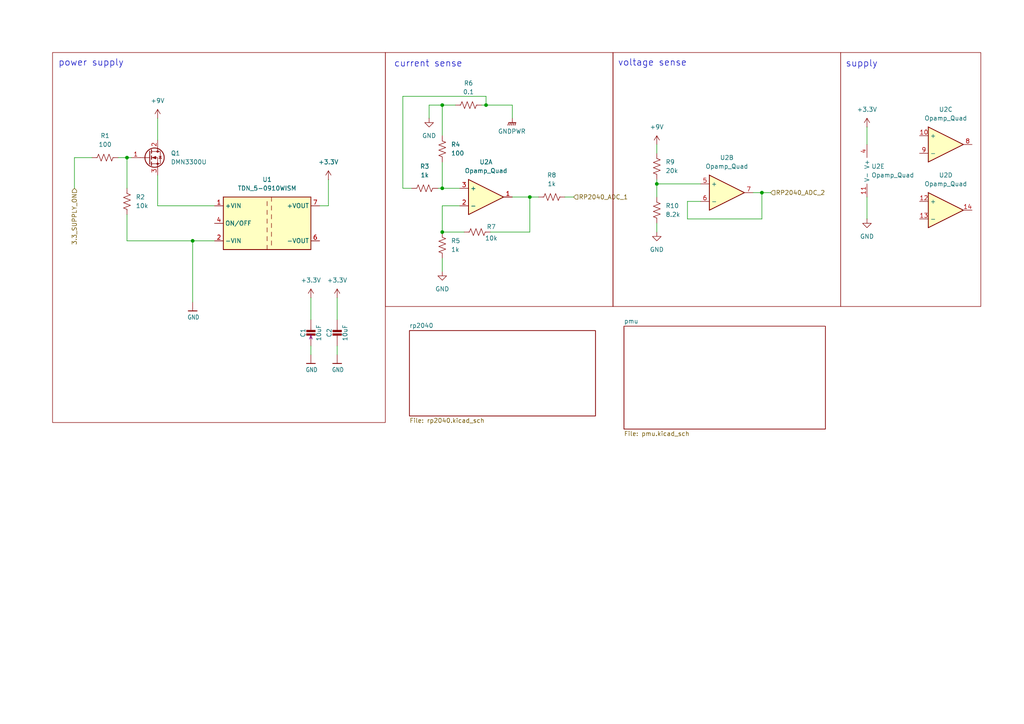
<source format=kicad_sch>
(kicad_sch (version 20250114) (generator "eeschema") (generator_version "9.0")
  (paper "A4")
  (lib_symbols
    (symbol "Adafruit Feather RP2040 RFM-eagle-import:CAP_CERAMIC0805-NOOUTLINE"
      (property "Reference" "C" (at -2.29 1.25 90))
      (symbol "CAP_CERAMIC0805-NOOUTLINE_1_0"
        (rectangle (start -1.27 1.524) (end 1.27 2.032) (fill (type outline)))
        (rectangle (start -1.27 0.508) (end 1.27 1.016) (fill (type outline)))
        (polyline (pts (xy 0 2.54) (xy 0 1.778)) (stroke (width 0.1524)))
        (polyline (pts (xy 0 0.762) (xy 0 0)) (stroke (width 0.1524)))
        (pin passive line (at 0 5.08 270) (length 2.54) (name "1") (number "1"))
        (pin passive line (at 0 -2.54 90) (length 2.54) (name "2") (number "2"))
      )
    )
    (symbol "Adafruit Feather RP2040 RFM-eagle-import:GND" (power)
      (symbol "GND_1_0"
        (polyline (pts (xy -1.27 0) (xy 1.27 0)) (stroke (width 0.254)))
        (pin power_in line (at 0 2.54 270) (length 2.54) (name "GND") (number "1"))
      )
    )
    (symbol "DMN3300U_1" (pin_names (offset 0) (hide yes))
      (property "Reference" "Q2" (at 6.35 1.2701 0))
      (property "Value" "DMN3300U" (at 6.35 -1.2699 0))
      (symbol "DMN3300U_1_0_1"
        (polyline (pts (xy 0.254 1.905) (xy 0.254 -1.905)) (stroke (width 0.254)))
        (polyline (pts (xy 0.254 0) (xy -2.54 0)))
        (polyline (pts (xy 0.762 2.286) (xy 0.762 1.27)) (stroke (width 0.254)))
        (polyline (pts (xy 0.762 0.508) (xy 0.762 -0.508)) (stroke (width 0.254)))
        (polyline (pts (xy 0.762 -1.27) (xy 0.762 -2.286)) (stroke (width 0.254)))
        (polyline (pts (xy 0.762 -1.778) (xy 3.302 -1.778) (xy 3.302 1.778) (xy 0.762 1.778)))
        (polyline (pts (xy 1.016 0) (xy 2.032 0.381) (xy 2.032 -0.381) (xy 1.016 0)) (fill (type outline)))
        (circle (center 1.651 0) (radius 2.794) (stroke (width 0.254)))
        (polyline (pts (xy 2.54 2.54) (xy 2.54 1.778)))
        (circle (center 2.54 1.778) (radius 0.254) (fill (type outline)))
        (circle (center 2.54 -1.778) (radius 0.254) (fill (type outline)))
        (polyline (pts (xy 2.54 -2.54) (xy 2.54 0) (xy 0.762 0)))
        (polyline (pts (xy 2.921 0.381) (xy 3.683 0.381)))
        (polyline (pts (xy 3.302 0.381) (xy 2.921 -0.254) (xy 3.683 -0.254) (xy 3.302 0.381)))
      )
      (symbol "DMN3300U_1_1_1"
        (pin input line (at -5.08 0 0) (length 2.54) (name "G") (number "1"))
        (pin passive line (at 2.54 5.08 270) (length 2.54) (name "S") (number "2"))
        (pin passive line (at 2.54 -5.08 90) (length 2.54) (name "D") (number "3"))
      )
    )
    (symbol "Device:Opamp_Quad"
      (property "Reference" "U" (at 0 5.08 0))
      (property "Value" "Opamp_Quad" (at 0 -5.08 0))
      (symbol "Opamp_Quad_1_1"
        (polyline (pts (xy -5.08 5.08) (xy 5.08 0) (xy -5.08 -5.08) (xy -5.08 5.08)) (stroke (width 0.254)) (fill (type background)))
        (pin input line (at -7.62 2.54 0) (length 2.54) (name "+") (number "3"))
        (pin input line (at -7.62 -2.54 0) (length 2.54) (name "-") (number "2"))
        (pin output line (at 7.62 0 180) (length 2.54) (name "~") (number "1"))
      )
      (symbol "Opamp_Quad_2_1"
        (polyline (pts (xy -5.08 5.08) (xy 5.08 0) (xy -5.08 -5.08) (xy -5.08 5.08)) (stroke (width 0.254)) (fill (type background)))
        (pin input line (at -7.62 2.54 0) (length 2.54) (name "+") (number "5"))
        (pin input line (at -7.62 -2.54 0) (length 2.54) (name "-") (number "6"))
        (pin output line (at 7.62 0 180) (length 2.54) (name "~") (number "7"))
      )
      (symbol "Opamp_Quad_3_1"
        (polyline (pts (xy -5.08 5.08) (xy 5.08 0) (xy -5.08 -5.08) (xy -5.08 5.08)) (stroke (width 0.254)) (fill (type background)))
        (pin input line (at -7.62 2.54 0) (length 2.54) (name "+") (number "10"))
        (pin input line (at -7.62 -2.54 0) (length 2.54) (name "-") (number "9"))
        (pin output line (at 7.62 0 180) (length 2.54) (name "~") (number "8"))
      )
      (symbol "Opamp_Quad_4_1"
        (polyline (pts (xy -5.08 5.08) (xy 5.08 0) (xy -5.08 -5.08) (xy -5.08 5.08)) (stroke (width 0.254)) (fill (type background)))
        (pin input line (at -7.62 2.54 0) (length 2.54) (name "+") (number "12"))
        (pin input line (at -7.62 -2.54 0) (length 2.54) (name "-") (number "13"))
        (pin output line (at 7.62 0 180) (length 2.54) (name "~") (number "14"))
      )
      (symbol "Opamp_Quad_5_1"
        (pin power_in line (at -2.54 7.62 270) (length 3.81) (name "V+") (number "4"))
        (pin power_in line (at -2.54 -7.62 90) (length 3.81) (name "V-") (number "11"))
      )
    )
    (symbol "Device:R_US" (pin_numbers (hide yes)) (pin_names (offset 0))
      (property "Reference" "R" (at 2.54 0 90))
      (property "Value" "R_US" (at -2.54 0 90))
      (symbol "R_US_0_1"
        (polyline (pts (xy 0 2.286) (xy 0 2.54)))
        (polyline (pts (xy 0 2.286) (xy 1.016 1.905) (xy 0 1.524) (xy -1.016 1.143) (xy 0 0.762)))
        (polyline (pts (xy 0 0.762) (xy 1.016 0.381) (xy 0 0) (xy -1.016 -0.381) (xy 0 -0.762)))
        (polyline (pts (xy 0 -0.762) (xy 1.016 -1.143) (xy 0 -1.524) (xy -1.016 -1.905) (xy 0 -2.286)))
        (polyline (pts (xy 0 -2.286) (xy 0 -2.54)))
      )
      (symbol "R_US_1_1"
        (pin passive line (at 0 3.81 270) (length 1.27) (name "~") (number "1"))
        (pin passive line (at 0 -3.81 90) (length 1.27) (name "~") (number "2"))
      )
    )
    (symbol "Regulator_Switching:TDN_5-0910WISM"
      (property "Reference" "U" (at -12.7 8.89 0))
      (property "Value" "TDN_5-0910WISM" (at 5.08 8.89 0))
      (symbol "TDN_5-0910WISM_0_1"
        (rectangle (start -12.7 7.62) (end 12.7 -7.62) (stroke (width 0.254)) (fill (type background)))
      )
      (symbol "TDN_5-0910WISM_1_1"
        (polyline (pts (xy 0 6.35) (xy 0 5.08)))
        (polyline (pts (xy 0 3.81) (xy 0 2.54)))
        (polyline (pts (xy 0 1.27) (xy 0 0)))
        (polyline (pts (xy 0 -1.27) (xy 0 -2.54)))
        (polyline (pts (xy 0 -3.81) (xy 0 -5.08)))
        (polyline (pts (xy 0 -6.35) (xy 0 -7.62)))
        (polyline (pts (xy 1.27 7.62) (xy 1.27 6.35)))
        (polyline (pts (xy 1.27 5.08) (xy 1.27 3.81)))
        (polyline (pts (xy 1.27 2.54) (xy 1.27 1.27)))
        (polyline (pts (xy 1.27 0) (xy 1.27 -1.27)))
        (polyline (pts (xy 1.27 -2.54) (xy 1.27 -3.81)))
        (polyline (pts (xy 1.27 -5.08) (xy 1.27 -6.35)))
        (pin power_in line (at -15.24 5.08 0) (length 2.54) (name "+VIN") (number "1"))
        (pin input line (at -15.24 0 0) (length 2.54) (name "ON/OFF") (number "4"))
        (pin power_in line (at -15.24 -5.08 0) (length 2.54) (name "-VIN") (number "2"))
        (pin no_connect line (at 12.7 2.54 180) (length 2.54) (hide yes) (name "NC") (number "5"))
        (pin power_out line (at 15.24 5.08 180) (length 2.54) (name "+VOUT") (number "7"))
        (pin power_out line (at 15.24 -5.08 180) (length 2.54) (name "-VOUT") (number "6"))
      )
    )
    (symbol "power:+3.3V" (power) (pin_numbers (hide yes)) (pin_names (offset 0) (hide yes))
      (property "Value" "+3.3V" (at 0 3.556 0))
      (symbol "+3.3V_0_1"
        (polyline (pts (xy -0.762 1.27) (xy 0 2.54)))
        (polyline (pts (xy 0 2.54) (xy 0.762 1.27)))
        (polyline (pts (xy 0 0) (xy 0 2.54)))
      )
      (symbol "+3.3V_1_1"
        (pin power_in line (at 0 0 90) (length 0) (name "~") (number "1"))
      )
    )
    (symbol "power:+9V" (power) (pin_numbers (hide yes)) (pin_names (offset 0) (hide yes))
      (property "Value" "+9V" (at 0 3.556 0))
      (symbol "+9V_0_1"
        (polyline (pts (xy -0.762 1.27) (xy 0 2.54)))
        (polyline (pts (xy 0 2.54) (xy 0.762 1.27)))
        (polyline (pts (xy 0 0) (xy 0 2.54)))
      )
      (symbol "+9V_1_1"
        (pin power_in line (at 0 0 90) (length 0) (name "~") (number "1"))
      )
    )
    (symbol "power:GND" (power) (pin_numbers (hide yes)) (pin_names (offset 0) (hide yes))
      (property "Value" "GND" (at 0 -3.81 0))
      (symbol "GND_0_1"
        (polyline (pts (xy 0 0) (xy 0 -1.27) (xy 1.27 -1.27) (xy 0 -2.54) (xy -1.27 -1.27) (xy 0 -1.27)))
      )
      (symbol "GND_1_1"
        (pin power_in line (at 0 0 270) (length 0) (name "~") (number "1"))
      )
    )
    (symbol "power:GNDPWR" (power) (pin_numbers (hide yes)) (pin_names (offset 0) (hide yes))
      (property "Value" "GNDPWR" (at 0 -3.302 0))
      (symbol "GNDPWR_0_1"
        (polyline (pts (xy -1.016 -1.27) (xy -1.27 -2.032) (xy -1.27 -2.032)) (stroke (width 0.2032)))
        (polyline (pts (xy -0.508 -1.27) (xy -0.762 -2.032) (xy -0.762 -2.032)) (stroke (width 0.2032)))
        (polyline (pts (xy 0 -1.27) (xy 0 0)))
        (polyline (pts (xy 0 -1.27) (xy -0.254 -2.032) (xy -0.254 -2.032)) (stroke (width 0.2032)))
        (polyline (pts (xy 0.508 -1.27) (xy 0.254 -2.032) (xy 0.254 -2.032)) (stroke (width 0.2032)))
        (polyline (pts (xy 1.016 -1.27) (xy -1.016 -1.27) (xy -1.016 -1.27)) (stroke (width 0.2032)))
        (polyline (pts (xy 1.016 -1.27) (xy 0.762 -2.032) (xy 0.762 -2.032) (xy 0.762 -2.032)) (stroke (width 0.2032)))
      )
      (symbol "GNDPWR_1_1"
        (pin power_in line (at 0 0 270) (length 0) (name "~") (number "1"))
      )
    )
  )
  (rectangle (start 15.24 15.24) (end 111.76 122.555) (stroke (width 0) (color 132 0 0 1)))
  (rectangle (start 111.76 15.24) (end 177.8 88.9) (stroke (width 0) (color 132 0 0 1)))
  (rectangle (start 243.84 15.24) (end 284.48 88.9) (stroke (width 0) (color 132 0 0 1)))
  (rectangle (start 177.8 15.24) (end 243.84 88.9) (stroke (width 0) (color 132 0 0 1)))
  (text "supply" (at 249.936 18.542 0) (effects (font (size 1.905 1.905))))
  (text "voltage sense" (at 189.23 18.288 0) (effects (font (size 1.905 1.905))))
  (text "current sense" (at 124.206 18.542 0) (effects (font (size 1.905 1.905))))
  (text "power supply" (at 26.416 18.288 0) (effects (font (size 1.905 1.905))))
  (junction (at 128.27 30.48))
  (junction (at 153.67 57.15))
  (junction (at 190.5 53.34))
  (junction (at 220.98 55.88))
  (junction (at 128.27 54.61))
  (junction (at 140.97 30.48))
  (junction (at 36.83 45.72))
  (junction (at 128.27 67.31))
  (junction (at 55.88 69.85))
  (wire (pts (xy 62.23 69.85) (xy 55.88 69.85)))
  (wire (pts (xy 190.5 52.07) (xy 190.5 53.34)))
  (wire (pts (xy 190.5 53.34) (xy 190.5 57.15)))
  (wire (pts (xy 251.46 57.15) (xy 251.46 63.5)))
  (wire (pts (xy 90.17 100.33) (xy 90.17 102.87)) (stroke (width 0.1524)))
  (wire (pts (xy 116.84 27.94) (xy 116.84 54.61)))
  (wire (pts (xy 148.59 30.48) (xy 148.59 34.29)))
  (wire (pts (xy 203.2 58.42) (xy 199.39 58.42)))
  (wire (pts (xy 92.71 59.69) (xy 95.25 59.69)))
  (wire (pts (xy 97.79 100.33) (xy 97.79 102.87)) (stroke (width 0.1524)))
  (wire (pts (xy 34.29 45.72) (xy 36.83 45.72)))
  (wire (pts (xy 153.67 57.15) (xy 156.21 57.15)))
  (wire (pts (xy 128.27 67.31) (xy 134.62 67.31)))
  (wire (pts (xy 128.27 30.48) (xy 132.08 30.48)))
  (wire (pts (xy 199.39 58.42) (xy 199.39 63.5)))
  (wire (pts (xy 190.5 64.77) (xy 190.5 67.31)))
  (wire (pts (xy 116.84 54.61) (xy 119.38 54.61)))
  (wire (pts (xy 124.46 30.48) (xy 128.27 30.48)))
  (wire (pts (xy 45.72 50.8) (xy 45.72 59.69)))
  (wire (pts (xy 163.83 57.15) (xy 166.37 57.15)))
  (wire (pts (xy 220.98 63.5) (xy 220.98 55.88)))
  (wire (pts (xy 36.83 62.23) (xy 36.83 69.85)))
  (wire (pts (xy 55.88 69.85) (xy 55.88 87.63)))
  (wire (pts (xy 97.79 86.36) (xy 97.79 92.71)))
  (wire (pts (xy 220.98 55.88) (xy 223.52 55.88)))
  (wire (pts (xy 140.97 30.48) (xy 140.97 27.94)))
  (wire (pts (xy 45.72 34.29) (xy 45.72 40.64)))
  (wire (pts (xy 140.97 30.48) (xy 148.59 30.48)))
  (wire (pts (xy 90.17 86.36) (xy 90.17 92.71)))
  (wire (pts (xy 133.35 59.69) (xy 128.27 59.69)))
  (wire (pts (xy 45.72 59.69) (xy 62.23 59.69)))
  (wire (pts (xy 153.67 67.31) (xy 153.67 57.15)))
  (wire (pts (xy 128.27 54.61) (xy 133.35 54.61)))
  (wire (pts (xy 21.59 54.61) (xy 21.59 45.72)))
  (wire (pts (xy 220.98 55.88) (xy 218.44 55.88)))
  (wire (pts (xy 190.5 41.91) (xy 190.5 44.45)))
  (wire (pts (xy 190.5 53.34) (xy 203.2 53.34)))
  (wire (pts (xy 128.27 59.69) (xy 128.27 67.31)))
  (wire (pts (xy 128.27 46.99) (xy 128.27 54.61)))
  (wire (pts (xy 128.27 30.48) (xy 128.27 39.37)))
  (wire (pts (xy 95.25 52.07) (xy 95.25 59.69)))
  (wire (pts (xy 139.7 30.48) (xy 140.97 30.48)))
  (wire (pts (xy 128.27 74.93) (xy 128.27 78.74)))
  (wire (pts (xy 36.83 45.72) (xy 36.83 54.61)))
  (wire (pts (xy 199.39 63.5) (xy 220.98 63.5)))
  (wire (pts (xy 36.83 69.85) (xy 55.88 69.85)))
  (wire (pts (xy 124.46 34.29) (xy 124.46 30.48)))
  (wire (pts (xy 142.24 67.31) (xy 153.67 67.31)))
  (wire (pts (xy 21.59 45.72) (xy 26.67 45.72)))
  (wire (pts (xy 140.97 27.94) (xy 116.84 27.94)))
  (wire (pts (xy 153.67 57.15) (xy 148.59 57.15)))
  (wire (pts (xy 127 54.61) (xy 128.27 54.61)))
  (wire (pts (xy 251.46 36.83) (xy 251.46 41.91)))
  (wire (pts (xy 36.83 45.72) (xy 38.1 45.72)))
  (hierarchical_label "RP2040_ADC_1" (shape input) (at 166.37 57.15 0))
  (hierarchical_label "3.3_SUPPLY_ON" (shape input) (at 21.59 54.61 270))
  (hierarchical_label "RP2040_ADC_2" (shape input) (at 223.52 55.88 0))
  (symbol (lib_id "Adafruit Feather RP2040 RFM-eagle-import:GND") (at 55.88 90.17 0) (unit 1)
    (property "Reference" "#U$01" (effects (hide yes)))
    (property "Value" "GND" (at 54.356 92.71 0) (effects (font (size 1.27 1.0795)) (justify left bottom)))
  )
  (symbol (lib_id "Device:R_US") (at 160.02 57.15 270) (unit 1)
    (property "Reference" "R8" (at 160.02 50.8 90))
    (property "Value" "1k" (at 160.02 53.34 90))
    (property "Footprint" "Resistor_SMD:R_0805_2012Metric" (effects (hide yes)))
    (property "Description" "Resistor, US symbol" (effects (hide yes)))
  )
  (symbol (lib_id "power:GND") (at 128.27 78.74 0) (unit 1)
    (property "Reference" "#PWR06" (effects (hide yes)))
    (property "Value" "GND" (at 128.27 83.82 0))
    (property "Description" "Power symbol creates a global label with name \"GND\" , ground" (effects (hide yes)))
  )
  (symbol (lib_id "power:GNDPWR") (at 148.59 34.29 0) (unit 1)
    (property "Reference" "#PWR07" (effects (hide yes)))
    (property "Value" "GNDPWR" (at 148.463 38.1 0))
    (property "Description" "Power symbol creates a global label with name \"GNDPWR\" , global ground" (effects (hide yes)))
  )
  (symbol (lib_id "Regulator_Switching:TDN_5-0910WISM") (at 77.47 64.77 0) (unit 1)
    (property "Reference" "U1" (at 77.47 52.07 0))
    (property "Value" "TDN_5-0910WISM" (at 77.47 54.61 0))
    (property "Footprint" "Converter_DCDC:Converter_DCDC_TRACO_TDN_5-xxxxWISM_SMD" (effects (hide yes)))
    (property "Datasheet" "https://assets.tracopower.com/20190626081517/TDN5WISM/documents/tdn5wism-datasheet.pdf" (effects (hide yes)))
    (property "Description" "Input 4.5 to 13.2V, Output 3.3V" (effects (hide yes)))
  )
  (symbol (lib_id "Device:Opamp_Quad") (at 274.32 41.91 0) (unit 3)
    (property "Reference" "U2" (at 274.32 31.75 0))
    (property "Value" "Opamp_Quad" (at 274.32 34.29 0))
    (property "Footprint" "Package_SO:TSSOP-14_4.4x5mm_P0.65mm" (effects (hide yes)))
    (property "Description" "Quad operational amplifier" (effects (hide yes)))
    (property "Sim.Library" "${KICAD9_SYMBOL_DIR}/Simulation_SPICE.sp" (effects (hide yes)))
    (property "Sim.Name" "kicad_builtin_opamp_quad" (effects (hide yes)))
    (property "Sim.Device" "SUBCKT" (effects (hide yes)))
    (property "Sim.Pins" "1=out1 2=in1- 3=in1+ 4=vcc 5=in2+ 6=in2- 7=out2 8=out3 9=in3- 10=in3+ 11=vee 12=in4+ 13=in4- 14=out4" (effects (hide yes)))
  )
  (symbol (lib_id "Device:Opamp_Quad") (at 140.97 57.15 0) (unit 1)
    (property "Reference" "U2" (at 140.97 46.99 0))
    (property "Value" "Opamp_Quad" (at 140.97 49.53 0))
    (property "Footprint" "Package_SO:TSSOP-14_4.4x5mm_P0.65mm" (effects (hide yes)))
    (property "Description" "Quad operational amplifier" (effects (hide yes)))
    (property "Sim.Library" "${KICAD9_SYMBOL_DIR}/Simulation_SPICE.sp" (effects (hide yes)))
    (property "Sim.Name" "kicad_builtin_opamp_quad" (effects (hide yes)))
    (property "Sim.Device" "SUBCKT" (effects (hide yes)))
    (property "Sim.Pins" "1=out1 2=in1- 3=in1+ 4=vcc 5=in2+ 6=in2- 7=out2 8=out3 9=in3- 10=in3+ 11=vee 12=in4+ 13=in4- 14=out4" (effects (hide yes)))
  )
  (symbol (lib_name "DMN3300U_1") (lib_id "Transistor_FET:DMN3300U") (at 43.18 45.72 0) (unit 1)
    (property "Reference" "Q1" (at 49.53 44.4499 0) (effects (justify left)))
    (property "Value" "DMN3300U" (at 49.53 46.9899 0) (effects (justify left)))
    (property "Footprint" "Package_TO_SOT_SMD:SOT-23" (effects (hide yes)))
    (property "Datasheet" "http://www.diodes.com/assets/Datasheets/ds31181.pdf" (effects (hide yes)))
    (property "Description" "2A Id, 30V Vds, N-Channel MOSFET, SOT-23" (effects (hide yes)))
  )
  (symbol (lib_id "Device:Opamp_Quad") (at 210.82 55.88 0) (unit 2)
    (property "Reference" "U2" (at 210.82 45.72 0))
    (property "Value" "Opamp_Quad" (at 210.82 48.26 0))
    (property "Footprint" "Package_SO:TSSOP-14_4.4x5mm_P0.65mm" (effects (hide yes)))
    (property "Description" "Quad operational amplifier" (effects (hide yes)))
    (property "Sim.Library" "${KICAD9_SYMBOL_DIR}/Simulation_SPICE.sp" (effects (hide yes)))
    (property "Sim.Name" "kicad_builtin_opamp_quad" (effects (hide yes)))
    (property "Sim.Device" "SUBCKT" (effects (hide yes)))
    (property "Sim.Pins" "1=out1 2=in1- 3=in1+ 4=vcc 5=in2+ 6=in2- 7=out2 8=out3 9=in3- 10=in3+ 11=vee 12=in4+ 13=in4- 14=out4" (effects (hide yes)))
  )
  (symbol (lib_id "power:GND") (at 251.46 63.5 0) (unit 1)
    (property "Reference" "#PWR011" (effects (hide yes)))
    (property "Value" "GND" (at 251.46 68.58 0))
    (property "Description" "Power symbol creates a global label with name \"GND\" , ground" (effects (hide yes)))
  )
  (symbol (lib_id "Adafruit Feather RP2040 RFM-eagle-import:CAP_CERAMIC0805-NOOUTLINE") (at 97.79 97.79 0) (unit 1)
    (property "Reference" "C2" (at 95.5 96.54 90))
    (property "Value" "10uF" (at 100.09 96.54 90))
    (property "Footprint" "Capacitor_SMD:C_0805_2012Metric" (effects (hide yes)))
  )
  (symbol (lib_id "Device:R_US") (at 36.83 58.42 0) (unit 1)
    (property "Reference" "R2" (at 39.37 57.1499 0) (effects (justify left)))
    (property "Value" "10k" (at 39.37 59.6899 0) (effects (justify left)))
    (property "Footprint" "Resistor_SMD:R_0805_2012Metric" (effects (hide yes)))
    (property "Description" "Resistor, US symbol" (effects (hide yes)))
  )
  (symbol (lib_id "Device:Opamp_Quad") (at 274.32 60.96 0) (unit 4)
    (property "Reference" "U2" (at 274.32 50.8 0))
    (property "Value" "Opamp_Quad" (at 274.32 53.34 0))
    (property "Footprint" "Package_SO:TSSOP-14_4.4x5mm_P0.65mm" (effects (hide yes)))
    (property "Description" "Quad operational amplifier" (effects (hide yes)))
    (property "Sim.Library" "${KICAD9_SYMBOL_DIR}/Simulation_SPICE.sp" (effects (hide yes)))
    (property "Sim.Name" "kicad_builtin_opamp_quad" (effects (hide yes)))
    (property "Sim.Device" "SUBCKT" (effects (hide yes)))
    (property "Sim.Pins" "1=out1 2=in1- 3=in1+ 4=vcc 5=in2+ 6=in2- 7=out2 8=out3 9=in3- 10=in3+ 11=vee 12=in4+ 13=in4- 14=out4" (effects (hide yes)))
  )
  (symbol (lib_id "Device:R_US") (at 190.5 60.96 180) (unit 1)
    (property "Reference" "R10" (at 193.04 59.6899 0) (effects (justify right)))
    (property "Value" "8.2k" (at 193.04 62.2299 0) (effects (justify right)))
    (property "Footprint" "Resistor_SMD:R_0805_2012Metric" (effects (hide yes)))
    (property "Description" "Resistor, US symbol" (effects (hide yes)))
  )
  (symbol (lib_id "Device:R_US") (at 128.27 71.12 180) (unit 1)
    (property "Reference" "R5" (at 130.81 69.8499 0) (effects (justify right)))
    (property "Value" "1k" (at 130.81 72.3899 0) (effects (justify right)))
    (property "Footprint" "Resistor_SMD:R_0805_2012Metric" (effects (hide yes)))
    (property "Description" "Resistor, US symbol" (effects (hide yes)))
  )
  (symbol (lib_id "Device:R_US") (at 128.27 43.18 180) (unit 1)
    (property "Reference" "R4" (at 130.81 41.9099 0) (effects (justify right)))
    (property "Value" "100" (at 130.81 44.4499 0) (effects (justify right)))
    (property "Footprint" "Resistor_SMD:R_0805_2012Metric" (effects (hide yes)))
    (property "Description" "Resistor, US symbol" (effects (hide yes)))
  )
  (symbol (lib_id "Device:R_US") (at 138.43 67.31 90) (unit 1)
    (property "Reference" "R7" (at 142.494 65.786 90))
    (property "Value" "10k" (at 142.494 69.088 90))
    (property "Footprint" "Resistor_SMD:R_0805_2012Metric" (effects (hide yes)))
    (property "Description" "Resistor, US symbol" (effects (hide yes)))
  )
  (symbol (lib_id "Device:R_US") (at 123.19 54.61 270) (unit 1)
    (property "Reference" "R3" (at 123.19 48.26 90))
    (property "Value" "1k" (at 123.19 50.8 90))
    (property "Footprint" "Resistor_SMD:R_0805_2012Metric" (effects (hide yes)))
    (property "Description" "Resistor, US symbol" (effects (hide yes)))
  )
  (symbol (lib_id "power:+3.3V") (at 251.46 36.83 0) (unit 1)
    (property "Reference" "#PWR010" (effects (hide yes)))
    (property "Value" "+3.3V" (at 251.46 31.75 0))
    (property "Description" "Power symbol creates a global label with name \"+3.3V\"" (effects (hide yes)))
  )
  (symbol (lib_id "power:+9V") (at 45.72 34.29 0) (unit 1)
    (property "Reference" "#PWR01" (effects (hide yes)))
    (property "Value" "+9V" (at 45.72 29.21 0))
    (property "Description" "Power symbol creates a global label with name \"+9V\"" (effects (hide yes)))
  )
  (symbol (lib_id "power:+3.3V") (at 95.25 52.07 0) (unit 1)
    (property "Reference" "#PWR03" (effects (hide yes)))
    (property "Value" "+3.3V" (at 95.25 46.99 0))
    (property "Description" "Power symbol creates a global label with name \"+3.3V\"" (effects (hide yes)))
  )
  (symbol (lib_id "Adafruit Feather RP2040 RFM-eagle-import:GND") (at 90.17 105.41 0) (unit 1)
    (property "Reference" "#U$02" (effects (hide yes)))
    (property "Value" "GND" (at 88.646 107.95 0) (effects (font (size 1.27 1.0795)) (justify left bottom)))
  )
  (symbol (lib_id "Device:R_US") (at 190.5 48.26 180) (unit 1)
    (property "Reference" "R9" (at 193.04 46.9899 0) (effects (justify right)))
    (property "Value" "20k" (at 193.04 49.5299 0) (effects (justify right)))
    (property "Footprint" "Resistor_SMD:R_0805_2012Metric" (effects (hide yes)))
    (property "Description" "Resistor, US symbol" (effects (hide yes)))
  )
  (symbol (lib_id "power:GND") (at 190.5 67.31 0) (unit 1)
    (property "Reference" "#PWR09" (effects (hide yes)))
    (property "Value" "GND" (at 190.5 72.39 0))
    (property "Description" "Power symbol creates a global label with name \"GND\" , ground" (effects (hide yes)))
  )
  (symbol (lib_id "power:+3.3V") (at 97.79 86.36 0) (unit 1)
    (property "Reference" "#PWR04" (effects (hide yes)))
    (property "Value" "+3.3V" (at 97.79 81.28 0))
    (property "Description" "Power symbol creates a global label with name \"+3.3V\"" (effects (hide yes)))
  )
  (symbol (lib_id "power:GND") (at 124.46 34.29 0) (unit 1)
    (property "Reference" "#PWR05" (effects (hide yes)))
    (property "Value" "GND" (at 124.46 39.37 0))
    (property "Description" "Power symbol creates a global label with name \"GND\" , ground" (effects (hide yes)))
  )
  (symbol (lib_id "power:+9V") (at 190.5 41.91 0) (unit 1)
    (property "Reference" "#PWR08" (effects (hide yes)))
    (property "Value" "+9V" (at 190.5 36.83 0))
    (property "Description" "Power symbol creates a global label with name \"+9V\"" (effects (hide yes)))
  )
  (symbol (lib_id "Device:Opamp_Quad") (at 254 49.53 0) (unit 5)
    (property "Reference" "U2" (at 252.73 48.2599 0) (effects (justify left)))
    (property "Value" "Opamp_Quad" (at 252.73 50.7999 0) (effects (justify left)))
    (property "Footprint" "Package_SO:TSSOP-14_4.4x5mm_P0.65mm" (effects (hide yes)))
    (property "Description" "Quad operational amplifier" (effects (hide yes)))
    (property "Sim.Library" "${KICAD9_SYMBOL_DIR}/Simulation_SPICE.sp" (effects (hide yes)))
    (property "Sim.Name" "kicad_builtin_opamp_quad" (effects (hide yes)))
    (property "Sim.Device" "SUBCKT" (effects (hide yes)))
    (property "Sim.Pins" "1=out1 2=in1- 3=in1+ 4=vcc 5=in2+ 6=in2- 7=out2 8=out3 9=in3- 10=in3+ 11=vee 12=in4+ 13=in4- 14=out4" (effects (hide yes)))
  )
  (symbol (lib_id "Adafruit Feather RP2040 RFM-eagle-import:CAP_CERAMIC0805-NOOUTLINE") (at 90.17 97.79 0) (unit 1)
    (property "Reference" "C1" (at 87.88 96.54 90))
    (property "Value" "10uF" (at 92.47 96.54 90))
    (property "Footprint" "Capacitor_SMD:C_0805_2012Metric" (effects (hide yes)))
    (property "REV" "A" (at 90.17 97.79 0))
  )
  (symbol (lib_id "Device:R_US") (at 30.48 45.72 270) (unit 1)
    (property "Reference" "R1" (at 30.48 39.37 90))
    (property "Value" "100" (at 30.48 41.91 90))
    (property "Footprint" "Resistor_SMD:R_0805_2012Metric" (effects (hide yes)))
    (property "Description" "Resistor, US symbol" (effects (hide yes)))
  )
  (symbol (lib_id "Adafruit Feather RP2040 RFM-eagle-import:GND") (at 97.79 105.41 0) (unit 1)
    (property "Reference" "#U$03" (effects (hide yes)))
    (property "Value" "GND" (at 96.266 107.95 0) (effects (font (size 1.27 1.0795)) (justify left bottom)))
  )
  (symbol (lib_id "power:+3.3V") (at 90.17 86.36 0) (unit 1)
    (property "Reference" "#PWR02" (effects (hide yes)))
    (property "Value" "+3.3V" (at 90.17 81.28 0))
    (property "Description" "Power symbol creates a global label with name \"+3.3V\"" (effects (hide yes)))
  )
  (symbol (lib_id "Device:R_US") (at 135.89 30.48 90) (unit 1)
    (property "Reference" "R6" (at 135.89 24.13 90))
    (property "Value" "0.1" (at 135.89 26.67 90))
    (property "Footprint" "Resistor_SMD:R_0805_2012Metric" (effects (hide yes)))
    (property "Description" "Resistor, US symbol" (effects (hide yes)))
  )
  (sheet (at 118.745 95.885) (size 53.975 24.765) (stroke (width 0.1524))
    (property "Sheetname" "rp2040" (at 118.745 95.1734 0) (effects (justify left bottom)))
    (property "Sheetfile" "rp2040.kicad_sch" (at 118.745 121.2346 0) (effects (justify left top)))
  )
  (sheet (at 180.975 94.615) (size 58.42 29.845) (stroke (width 0.1524))
    (property "Sheetname" "pmu" (at 180.975 93.9034 0) (effects (justify left bottom)))
    (property "Sheetfile" "pmu.kicad_sch" (at 180.975 125.0446 0) (effects (justify left top)))
  )
)
</source>
